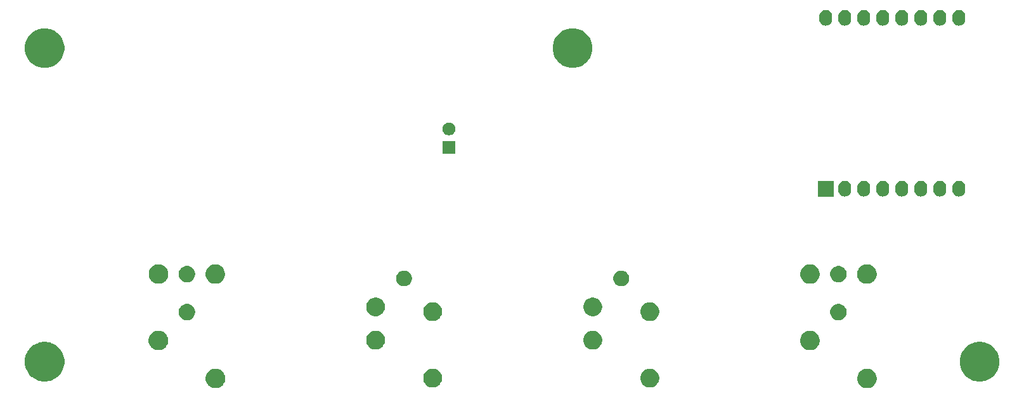
<source format=gbr>
G04 #@! TF.GenerationSoftware,KiCad,Pcbnew,5.1.4+dfsg1-1*
G04 #@! TF.CreationDate,2020-04-24T21:08:45-06:00*
G04 #@! TF.ProjectId,balanced-xlr,62616c61-6e63-4656-942d-786c722e6b69,rev?*
G04 #@! TF.SameCoordinates,Original*
G04 #@! TF.FileFunction,Soldermask,Bot*
G04 #@! TF.FilePolarity,Negative*
%FSLAX46Y46*%
G04 Gerber Fmt 4.6, Leading zero omitted, Abs format (unit mm)*
G04 Created by KiCad (PCBNEW 5.1.4+dfsg1-1) date 2020-04-24 21:08:45*
%MOMM*%
%LPD*%
G04 APERTURE LIST*
%ADD10C,0.100000*%
G04 APERTURE END LIST*
D10*
G36*
X155689487Y-129138996D02*
G01*
X155912516Y-129231378D01*
X155926255Y-129237069D01*
X156139339Y-129379447D01*
X156320553Y-129560661D01*
X156445349Y-129747431D01*
X156462932Y-129773747D01*
X156561004Y-130010513D01*
X156611000Y-130261861D01*
X156611000Y-130518139D01*
X156561004Y-130769487D01*
X156493453Y-130932569D01*
X156462931Y-131006255D01*
X156320553Y-131219339D01*
X156139339Y-131400553D01*
X155926255Y-131542931D01*
X155926254Y-131542932D01*
X155926253Y-131542932D01*
X155689487Y-131641004D01*
X155438139Y-131691000D01*
X155181861Y-131691000D01*
X154930513Y-131641004D01*
X154693747Y-131542932D01*
X154693746Y-131542932D01*
X154693745Y-131542931D01*
X154480661Y-131400553D01*
X154299447Y-131219339D01*
X154157069Y-131006255D01*
X154126547Y-130932569D01*
X154058996Y-130769487D01*
X154009000Y-130518139D01*
X154009000Y-130261861D01*
X154058996Y-130010513D01*
X154157068Y-129773747D01*
X154174652Y-129747431D01*
X154299447Y-129560661D01*
X154480661Y-129379447D01*
X154693745Y-129237069D01*
X154707484Y-129231378D01*
X154930513Y-129138996D01*
X155181861Y-129089000D01*
X155438139Y-129089000D01*
X155689487Y-129138996D01*
X155689487Y-129138996D01*
G37*
G36*
X68689487Y-129138996D02*
G01*
X68912516Y-129231378D01*
X68926255Y-129237069D01*
X69139339Y-129379447D01*
X69320553Y-129560661D01*
X69445349Y-129747431D01*
X69462932Y-129773747D01*
X69561004Y-130010513D01*
X69611000Y-130261861D01*
X69611000Y-130518139D01*
X69561004Y-130769487D01*
X69493453Y-130932569D01*
X69462931Y-131006255D01*
X69320553Y-131219339D01*
X69139339Y-131400553D01*
X68926255Y-131542931D01*
X68926254Y-131542932D01*
X68926253Y-131542932D01*
X68689487Y-131641004D01*
X68438139Y-131691000D01*
X68181861Y-131691000D01*
X67930513Y-131641004D01*
X67693747Y-131542932D01*
X67693746Y-131542932D01*
X67693745Y-131542931D01*
X67480661Y-131400553D01*
X67299447Y-131219339D01*
X67157069Y-131006255D01*
X67126547Y-130932569D01*
X67058996Y-130769487D01*
X67009000Y-130518139D01*
X67009000Y-130261861D01*
X67058996Y-130010513D01*
X67157068Y-129773747D01*
X67174652Y-129747431D01*
X67299447Y-129560661D01*
X67480661Y-129379447D01*
X67693745Y-129237069D01*
X67707484Y-129231378D01*
X67930513Y-129138996D01*
X68181861Y-129089000D01*
X68438139Y-129089000D01*
X68689487Y-129138996D01*
X68689487Y-129138996D01*
G37*
G36*
X97674903Y-129137075D02*
G01*
X97902571Y-129231378D01*
X98107466Y-129368285D01*
X98281715Y-129542534D01*
X98281716Y-129542536D01*
X98418623Y-129747431D01*
X98512925Y-129975097D01*
X98561000Y-130216786D01*
X98561000Y-130463214D01*
X98512925Y-130704903D01*
X98486174Y-130769487D01*
X98418622Y-130932571D01*
X98281715Y-131137466D01*
X98107466Y-131311715D01*
X97902571Y-131448622D01*
X97902570Y-131448623D01*
X97902569Y-131448623D01*
X97674903Y-131542925D01*
X97433214Y-131591000D01*
X97186786Y-131591000D01*
X96945097Y-131542925D01*
X96717431Y-131448623D01*
X96717430Y-131448623D01*
X96717429Y-131448622D01*
X96512534Y-131311715D01*
X96338285Y-131137466D01*
X96201378Y-130932571D01*
X96133827Y-130769487D01*
X96107075Y-130704903D01*
X96059000Y-130463214D01*
X96059000Y-130216786D01*
X96107075Y-129975097D01*
X96201377Y-129747431D01*
X96338284Y-129542536D01*
X96338285Y-129542534D01*
X96512534Y-129368285D01*
X96717429Y-129231378D01*
X96945097Y-129137075D01*
X97186786Y-129089000D01*
X97433214Y-129089000D01*
X97674903Y-129137075D01*
X97674903Y-129137075D01*
G37*
G36*
X126674903Y-129137075D02*
G01*
X126902571Y-129231378D01*
X127107466Y-129368285D01*
X127281715Y-129542534D01*
X127281716Y-129542536D01*
X127418623Y-129747431D01*
X127512925Y-129975097D01*
X127561000Y-130216786D01*
X127561000Y-130463214D01*
X127512925Y-130704903D01*
X127486174Y-130769487D01*
X127418622Y-130932571D01*
X127281715Y-131137466D01*
X127107466Y-131311715D01*
X126902571Y-131448622D01*
X126902570Y-131448623D01*
X126902569Y-131448623D01*
X126674903Y-131542925D01*
X126433214Y-131591000D01*
X126186786Y-131591000D01*
X125945097Y-131542925D01*
X125717431Y-131448623D01*
X125717430Y-131448623D01*
X125717429Y-131448622D01*
X125512534Y-131311715D01*
X125338285Y-131137466D01*
X125201378Y-130932571D01*
X125133827Y-130769487D01*
X125107075Y-130704903D01*
X125059000Y-130463214D01*
X125059000Y-130216786D01*
X125107075Y-129975097D01*
X125201377Y-129747431D01*
X125338284Y-129542536D01*
X125338285Y-129542534D01*
X125512534Y-129368285D01*
X125717429Y-129231378D01*
X125945097Y-129137075D01*
X126186786Y-129089000D01*
X126433214Y-129089000D01*
X126674903Y-129137075D01*
X126674903Y-129137075D01*
G37*
G36*
X170867184Y-125549938D02*
G01*
X171123268Y-125600876D01*
X171181274Y-125624903D01*
X171605718Y-125800713D01*
X171793601Y-125926253D01*
X172039914Y-126090834D01*
X172409166Y-126460086D01*
X172555212Y-126678659D01*
X172699287Y-126894282D01*
X172899124Y-127376733D01*
X173001000Y-127888898D01*
X173001000Y-128411102D01*
X172899124Y-128923267D01*
X172699287Y-129405718D01*
X172699286Y-129405719D01*
X172409166Y-129839914D01*
X172039914Y-130209166D01*
X172028508Y-130216787D01*
X171605718Y-130499287D01*
X171323105Y-130616349D01*
X171123268Y-130699124D01*
X170867184Y-130750062D01*
X170611102Y-130801000D01*
X170088898Y-130801000D01*
X169832816Y-130750062D01*
X169576732Y-130699124D01*
X169376895Y-130616349D01*
X169094282Y-130499287D01*
X168671492Y-130216787D01*
X168660086Y-130209166D01*
X168290834Y-129839914D01*
X168000714Y-129405719D01*
X168000713Y-129405718D01*
X167800876Y-128923267D01*
X167699000Y-128411102D01*
X167699000Y-127888898D01*
X167800876Y-127376733D01*
X168000713Y-126894282D01*
X168144788Y-126678659D01*
X168290834Y-126460086D01*
X168660086Y-126090834D01*
X168906399Y-125926253D01*
X169094282Y-125800713D01*
X169518726Y-125624903D01*
X169576732Y-125600876D01*
X169832816Y-125549938D01*
X170088898Y-125499000D01*
X170611102Y-125499000D01*
X170867184Y-125549938D01*
X170867184Y-125549938D01*
G37*
G36*
X46017184Y-125549938D02*
G01*
X46273268Y-125600876D01*
X46331274Y-125624903D01*
X46755718Y-125800713D01*
X46943601Y-125926253D01*
X47189914Y-126090834D01*
X47559166Y-126460086D01*
X47705212Y-126678659D01*
X47849287Y-126894282D01*
X48049124Y-127376733D01*
X48151000Y-127888898D01*
X48151000Y-128411102D01*
X48049124Y-128923267D01*
X47849287Y-129405718D01*
X47849286Y-129405719D01*
X47559166Y-129839914D01*
X47189914Y-130209166D01*
X47178508Y-130216787D01*
X46755718Y-130499287D01*
X46473105Y-130616349D01*
X46273268Y-130699124D01*
X46017184Y-130750062D01*
X45761102Y-130801000D01*
X45238898Y-130801000D01*
X44982816Y-130750062D01*
X44726732Y-130699124D01*
X44526895Y-130616349D01*
X44244282Y-130499287D01*
X43821492Y-130216787D01*
X43810086Y-130209166D01*
X43440834Y-129839914D01*
X43150714Y-129405719D01*
X43150713Y-129405718D01*
X42950876Y-128923267D01*
X42849000Y-128411102D01*
X42849000Y-127888898D01*
X42950876Y-127376733D01*
X43150713Y-126894282D01*
X43294788Y-126678659D01*
X43440834Y-126460086D01*
X43810086Y-126090834D01*
X44056399Y-125926253D01*
X44244282Y-125800713D01*
X44668726Y-125624903D01*
X44726732Y-125600876D01*
X44982816Y-125549938D01*
X45238898Y-125499000D01*
X45761102Y-125499000D01*
X46017184Y-125549938D01*
X46017184Y-125549938D01*
G37*
G36*
X148069487Y-124058996D02*
G01*
X148292516Y-124151378D01*
X148306255Y-124157069D01*
X148519339Y-124299447D01*
X148700553Y-124480661D01*
X148825349Y-124667431D01*
X148842932Y-124693747D01*
X148941004Y-124930513D01*
X148991000Y-125181861D01*
X148991000Y-125438139D01*
X148941004Y-125689487D01*
X148894932Y-125800714D01*
X148842931Y-125926255D01*
X148700553Y-126139339D01*
X148519339Y-126320553D01*
X148306255Y-126462931D01*
X148306254Y-126462932D01*
X148306253Y-126462932D01*
X148069487Y-126561004D01*
X147818139Y-126611000D01*
X147561861Y-126611000D01*
X147310513Y-126561004D01*
X147073747Y-126462932D01*
X147073746Y-126462932D01*
X147073745Y-126462931D01*
X146860661Y-126320553D01*
X146679447Y-126139339D01*
X146537069Y-125926255D01*
X146485068Y-125800714D01*
X146438996Y-125689487D01*
X146389000Y-125438139D01*
X146389000Y-125181861D01*
X146438996Y-124930513D01*
X146537068Y-124693747D01*
X146554652Y-124667431D01*
X146679447Y-124480661D01*
X146860661Y-124299447D01*
X147073745Y-124157069D01*
X147087484Y-124151378D01*
X147310513Y-124058996D01*
X147561861Y-124009000D01*
X147818139Y-124009000D01*
X148069487Y-124058996D01*
X148069487Y-124058996D01*
G37*
G36*
X61069487Y-124058996D02*
G01*
X61292516Y-124151378D01*
X61306255Y-124157069D01*
X61519339Y-124299447D01*
X61700553Y-124480661D01*
X61825349Y-124667431D01*
X61842932Y-124693747D01*
X61941004Y-124930513D01*
X61991000Y-125181861D01*
X61991000Y-125438139D01*
X61941004Y-125689487D01*
X61894932Y-125800714D01*
X61842931Y-125926255D01*
X61700553Y-126139339D01*
X61519339Y-126320553D01*
X61306255Y-126462931D01*
X61306254Y-126462932D01*
X61306253Y-126462932D01*
X61069487Y-126561004D01*
X60818139Y-126611000D01*
X60561861Y-126611000D01*
X60310513Y-126561004D01*
X60073747Y-126462932D01*
X60073746Y-126462932D01*
X60073745Y-126462931D01*
X59860661Y-126320553D01*
X59679447Y-126139339D01*
X59537069Y-125926255D01*
X59485068Y-125800714D01*
X59438996Y-125689487D01*
X59389000Y-125438139D01*
X59389000Y-125181861D01*
X59438996Y-124930513D01*
X59537068Y-124693747D01*
X59554652Y-124667431D01*
X59679447Y-124480661D01*
X59860661Y-124299447D01*
X60073745Y-124157069D01*
X60087484Y-124151378D01*
X60310513Y-124058996D01*
X60561861Y-124009000D01*
X60818139Y-124009000D01*
X61069487Y-124058996D01*
X61069487Y-124058996D01*
G37*
G36*
X90054903Y-124057075D02*
G01*
X90282571Y-124151378D01*
X90487466Y-124288285D01*
X90661715Y-124462534D01*
X90661716Y-124462536D01*
X90798623Y-124667431D01*
X90892925Y-124895097D01*
X90941000Y-125136786D01*
X90941000Y-125383214D01*
X90892925Y-125624903D01*
X90866174Y-125689487D01*
X90798622Y-125852571D01*
X90661715Y-126057466D01*
X90487466Y-126231715D01*
X90282571Y-126368622D01*
X90282570Y-126368623D01*
X90282569Y-126368623D01*
X90054903Y-126462925D01*
X89813214Y-126511000D01*
X89566786Y-126511000D01*
X89325097Y-126462925D01*
X89097431Y-126368623D01*
X89097430Y-126368623D01*
X89097429Y-126368622D01*
X88892534Y-126231715D01*
X88718285Y-126057466D01*
X88581378Y-125852571D01*
X88513827Y-125689487D01*
X88487075Y-125624903D01*
X88439000Y-125383214D01*
X88439000Y-125136786D01*
X88487075Y-124895097D01*
X88581377Y-124667431D01*
X88718284Y-124462536D01*
X88718285Y-124462534D01*
X88892534Y-124288285D01*
X89097429Y-124151378D01*
X89325097Y-124057075D01*
X89566786Y-124009000D01*
X89813214Y-124009000D01*
X90054903Y-124057075D01*
X90054903Y-124057075D01*
G37*
G36*
X119054903Y-124057075D02*
G01*
X119282571Y-124151378D01*
X119487466Y-124288285D01*
X119661715Y-124462534D01*
X119661716Y-124462536D01*
X119798623Y-124667431D01*
X119892925Y-124895097D01*
X119941000Y-125136786D01*
X119941000Y-125383214D01*
X119892925Y-125624903D01*
X119866174Y-125689487D01*
X119798622Y-125852571D01*
X119661715Y-126057466D01*
X119487466Y-126231715D01*
X119282571Y-126368622D01*
X119282570Y-126368623D01*
X119282569Y-126368623D01*
X119054903Y-126462925D01*
X118813214Y-126511000D01*
X118566786Y-126511000D01*
X118325097Y-126462925D01*
X118097431Y-126368623D01*
X118097430Y-126368623D01*
X118097429Y-126368622D01*
X117892534Y-126231715D01*
X117718285Y-126057466D01*
X117581378Y-125852571D01*
X117513827Y-125689487D01*
X117487075Y-125624903D01*
X117439000Y-125383214D01*
X117439000Y-125136786D01*
X117487075Y-124895097D01*
X117581377Y-124667431D01*
X117718284Y-124462536D01*
X117718285Y-124462534D01*
X117892534Y-124288285D01*
X118097429Y-124151378D01*
X118325097Y-124057075D01*
X118566786Y-124009000D01*
X118813214Y-124009000D01*
X119054903Y-124057075D01*
X119054903Y-124057075D01*
G37*
G36*
X97550999Y-120222429D02*
G01*
X97674903Y-120247075D01*
X97902571Y-120341378D01*
X98107466Y-120478285D01*
X98281715Y-120652534D01*
X98418622Y-120857429D01*
X98512925Y-121085097D01*
X98561000Y-121326787D01*
X98561000Y-121573213D01*
X98512925Y-121814903D01*
X98418622Y-122042571D01*
X98281715Y-122247466D01*
X98107466Y-122421715D01*
X97902571Y-122558622D01*
X97902570Y-122558623D01*
X97902569Y-122558623D01*
X97674903Y-122652925D01*
X97433214Y-122701000D01*
X97186786Y-122701000D01*
X96945097Y-122652925D01*
X96717431Y-122558623D01*
X96717430Y-122558623D01*
X96717429Y-122558622D01*
X96512534Y-122421715D01*
X96338285Y-122247466D01*
X96201378Y-122042571D01*
X96107075Y-121814903D01*
X96059000Y-121573213D01*
X96059000Y-121326787D01*
X96107075Y-121085097D01*
X96201378Y-120857429D01*
X96338285Y-120652534D01*
X96512534Y-120478285D01*
X96717429Y-120341378D01*
X96945097Y-120247075D01*
X97069001Y-120222429D01*
X97186786Y-120199000D01*
X97433214Y-120199000D01*
X97550999Y-120222429D01*
X97550999Y-120222429D01*
G37*
G36*
X126550999Y-120222429D02*
G01*
X126674903Y-120247075D01*
X126902571Y-120341378D01*
X127107466Y-120478285D01*
X127281715Y-120652534D01*
X127418622Y-120857429D01*
X127512925Y-121085097D01*
X127561000Y-121326787D01*
X127561000Y-121573213D01*
X127512925Y-121814903D01*
X127418622Y-122042571D01*
X127281715Y-122247466D01*
X127107466Y-122421715D01*
X126902571Y-122558622D01*
X126902570Y-122558623D01*
X126902569Y-122558623D01*
X126674903Y-122652925D01*
X126433214Y-122701000D01*
X126186786Y-122701000D01*
X125945097Y-122652925D01*
X125717431Y-122558623D01*
X125717430Y-122558623D01*
X125717429Y-122558622D01*
X125512534Y-122421715D01*
X125338285Y-122247466D01*
X125201378Y-122042571D01*
X125107075Y-121814903D01*
X125059000Y-121573213D01*
X125059000Y-121326787D01*
X125107075Y-121085097D01*
X125201378Y-120857429D01*
X125338285Y-120652534D01*
X125512534Y-120478285D01*
X125717429Y-120341378D01*
X125945097Y-120247075D01*
X126069001Y-120222429D01*
X126186786Y-120199000D01*
X126433214Y-120199000D01*
X126550999Y-120222429D01*
X126550999Y-120222429D01*
G37*
G36*
X64714794Y-120420155D02*
G01*
X64821150Y-120441311D01*
X64910410Y-120478284D01*
X65021520Y-120524307D01*
X65201844Y-120644795D01*
X65355205Y-120798156D01*
X65475693Y-120978480D01*
X65558689Y-121178851D01*
X65601000Y-121391560D01*
X65601000Y-121608440D01*
X65600199Y-121612466D01*
X65559932Y-121814903D01*
X65558689Y-121821149D01*
X65475693Y-122021520D01*
X65355205Y-122201844D01*
X65201844Y-122355205D01*
X65021520Y-122475693D01*
X64821150Y-122558689D01*
X64714794Y-122579845D01*
X64608440Y-122601000D01*
X64391560Y-122601000D01*
X64285206Y-122579845D01*
X64178850Y-122558689D01*
X63978480Y-122475693D01*
X63798156Y-122355205D01*
X63644795Y-122201844D01*
X63524307Y-122021520D01*
X63441311Y-121821149D01*
X63440069Y-121814903D01*
X63399801Y-121612466D01*
X63399000Y-121608440D01*
X63399000Y-121391560D01*
X63441311Y-121178851D01*
X63524307Y-120978480D01*
X63644795Y-120798156D01*
X63798156Y-120644795D01*
X63978480Y-120524307D01*
X64089590Y-120478284D01*
X64178850Y-120441311D01*
X64285206Y-120420155D01*
X64391560Y-120399000D01*
X64608440Y-120399000D01*
X64714794Y-120420155D01*
X64714794Y-120420155D01*
G37*
G36*
X151714794Y-120420155D02*
G01*
X151821150Y-120441311D01*
X151910410Y-120478284D01*
X152021520Y-120524307D01*
X152201844Y-120644795D01*
X152355205Y-120798156D01*
X152475693Y-120978480D01*
X152558689Y-121178851D01*
X152601000Y-121391560D01*
X152601000Y-121608440D01*
X152600199Y-121612466D01*
X152559932Y-121814903D01*
X152558689Y-121821149D01*
X152475693Y-122021520D01*
X152355205Y-122201844D01*
X152201844Y-122355205D01*
X152021520Y-122475693D01*
X151821150Y-122558689D01*
X151714794Y-122579845D01*
X151608440Y-122601000D01*
X151391560Y-122601000D01*
X151285206Y-122579845D01*
X151178850Y-122558689D01*
X150978480Y-122475693D01*
X150798156Y-122355205D01*
X150644795Y-122201844D01*
X150524307Y-122021520D01*
X150441311Y-121821149D01*
X150440069Y-121814903D01*
X150399801Y-121612466D01*
X150399000Y-121608440D01*
X150399000Y-121391560D01*
X150441311Y-121178851D01*
X150524307Y-120978480D01*
X150644795Y-120798156D01*
X150798156Y-120644795D01*
X150978480Y-120524307D01*
X151089590Y-120478284D01*
X151178850Y-120441311D01*
X151285206Y-120420155D01*
X151391560Y-120399000D01*
X151608440Y-120399000D01*
X151714794Y-120420155D01*
X151714794Y-120420155D01*
G37*
G36*
X119054903Y-119612075D02*
G01*
X119282571Y-119706378D01*
X119487466Y-119843285D01*
X119661715Y-120017534D01*
X119661716Y-120017536D01*
X119798623Y-120222431D01*
X119892925Y-120450097D01*
X119941000Y-120691786D01*
X119941000Y-120938214D01*
X119932990Y-120978481D01*
X119892925Y-121179903D01*
X119798622Y-121407571D01*
X119661715Y-121612466D01*
X119487466Y-121786715D01*
X119282571Y-121923622D01*
X119282570Y-121923623D01*
X119282569Y-121923623D01*
X119054903Y-122017925D01*
X118813214Y-122066000D01*
X118566786Y-122066000D01*
X118325097Y-122017925D01*
X118097431Y-121923623D01*
X118097430Y-121923623D01*
X118097429Y-121923622D01*
X117892534Y-121786715D01*
X117718285Y-121612466D01*
X117581378Y-121407571D01*
X117487075Y-121179903D01*
X117447010Y-120978481D01*
X117439000Y-120938214D01*
X117439000Y-120691786D01*
X117487075Y-120450097D01*
X117581377Y-120222431D01*
X117718284Y-120017536D01*
X117718285Y-120017534D01*
X117892534Y-119843285D01*
X118097429Y-119706378D01*
X118325097Y-119612075D01*
X118566786Y-119564000D01*
X118813214Y-119564000D01*
X119054903Y-119612075D01*
X119054903Y-119612075D01*
G37*
G36*
X90054903Y-119612075D02*
G01*
X90282571Y-119706378D01*
X90487466Y-119843285D01*
X90661715Y-120017534D01*
X90661716Y-120017536D01*
X90798623Y-120222431D01*
X90892925Y-120450097D01*
X90941000Y-120691786D01*
X90941000Y-120938214D01*
X90932990Y-120978481D01*
X90892925Y-121179903D01*
X90798622Y-121407571D01*
X90661715Y-121612466D01*
X90487466Y-121786715D01*
X90282571Y-121923622D01*
X90282570Y-121923623D01*
X90282569Y-121923623D01*
X90054903Y-122017925D01*
X89813214Y-122066000D01*
X89566786Y-122066000D01*
X89325097Y-122017925D01*
X89097431Y-121923623D01*
X89097430Y-121923623D01*
X89097429Y-121923622D01*
X88892534Y-121786715D01*
X88718285Y-121612466D01*
X88581378Y-121407571D01*
X88487075Y-121179903D01*
X88447010Y-120978481D01*
X88439000Y-120938214D01*
X88439000Y-120691786D01*
X88487075Y-120450097D01*
X88581377Y-120222431D01*
X88718284Y-120017536D01*
X88718285Y-120017534D01*
X88892534Y-119843285D01*
X89097429Y-119706378D01*
X89325097Y-119612075D01*
X89566786Y-119564000D01*
X89813214Y-119564000D01*
X90054903Y-119612075D01*
X90054903Y-119612075D01*
G37*
G36*
X122806564Y-115989389D02*
G01*
X122997833Y-116068615D01*
X122997835Y-116068616D01*
X123169973Y-116183635D01*
X123316365Y-116330027D01*
X123431385Y-116502167D01*
X123510611Y-116693436D01*
X123551000Y-116896484D01*
X123551000Y-117103516D01*
X123510611Y-117306564D01*
X123431385Y-117497833D01*
X123431384Y-117497835D01*
X123316365Y-117669973D01*
X123169973Y-117816365D01*
X122997835Y-117931384D01*
X122997834Y-117931385D01*
X122997833Y-117931385D01*
X122806564Y-118010611D01*
X122603516Y-118051000D01*
X122396484Y-118051000D01*
X122193436Y-118010611D01*
X122002167Y-117931385D01*
X122002166Y-117931385D01*
X122002165Y-117931384D01*
X121830027Y-117816365D01*
X121683635Y-117669973D01*
X121568616Y-117497835D01*
X121568615Y-117497833D01*
X121489389Y-117306564D01*
X121449000Y-117103516D01*
X121449000Y-116896484D01*
X121489389Y-116693436D01*
X121568615Y-116502167D01*
X121683635Y-116330027D01*
X121830027Y-116183635D01*
X122002165Y-116068616D01*
X122002167Y-116068615D01*
X122193436Y-115989389D01*
X122396484Y-115949000D01*
X122603516Y-115949000D01*
X122806564Y-115989389D01*
X122806564Y-115989389D01*
G37*
G36*
X93806564Y-115989389D02*
G01*
X93997833Y-116068615D01*
X93997835Y-116068616D01*
X94169973Y-116183635D01*
X94316365Y-116330027D01*
X94431385Y-116502167D01*
X94510611Y-116693436D01*
X94551000Y-116896484D01*
X94551000Y-117103516D01*
X94510611Y-117306564D01*
X94431385Y-117497833D01*
X94431384Y-117497835D01*
X94316365Y-117669973D01*
X94169973Y-117816365D01*
X93997835Y-117931384D01*
X93997834Y-117931385D01*
X93997833Y-117931385D01*
X93806564Y-118010611D01*
X93603516Y-118051000D01*
X93396484Y-118051000D01*
X93193436Y-118010611D01*
X93002167Y-117931385D01*
X93002166Y-117931385D01*
X93002165Y-117931384D01*
X92830027Y-117816365D01*
X92683635Y-117669973D01*
X92568616Y-117497835D01*
X92568615Y-117497833D01*
X92489389Y-117306564D01*
X92449000Y-117103516D01*
X92449000Y-116896484D01*
X92489389Y-116693436D01*
X92568615Y-116502167D01*
X92683635Y-116330027D01*
X92830027Y-116183635D01*
X93002165Y-116068616D01*
X93002167Y-116068615D01*
X93193436Y-115989389D01*
X93396484Y-115949000D01*
X93603516Y-115949000D01*
X93806564Y-115989389D01*
X93806564Y-115989389D01*
G37*
G36*
X155679487Y-115168996D02*
G01*
X155916253Y-115267068D01*
X155916255Y-115267069D01*
X155993975Y-115319000D01*
X156129339Y-115409447D01*
X156310553Y-115590661D01*
X156452932Y-115803747D01*
X156551004Y-116040513D01*
X156601000Y-116291861D01*
X156601000Y-116548139D01*
X156551004Y-116799487D01*
X156452932Y-117036253D01*
X156452931Y-117036255D01*
X156310553Y-117249339D01*
X156129339Y-117430553D01*
X155916255Y-117572931D01*
X155916254Y-117572932D01*
X155916253Y-117572932D01*
X155679487Y-117671004D01*
X155428139Y-117721000D01*
X155171861Y-117721000D01*
X154920513Y-117671004D01*
X154683747Y-117572932D01*
X154683746Y-117572932D01*
X154683745Y-117572931D01*
X154470661Y-117430553D01*
X154289447Y-117249339D01*
X154147069Y-117036255D01*
X154147068Y-117036253D01*
X154048996Y-116799487D01*
X153999000Y-116548139D01*
X153999000Y-116291861D01*
X154048996Y-116040513D01*
X154147068Y-115803747D01*
X154289447Y-115590661D01*
X154470661Y-115409447D01*
X154606025Y-115319000D01*
X154683745Y-115267069D01*
X154683747Y-115267068D01*
X154920513Y-115168996D01*
X155171861Y-115119000D01*
X155428139Y-115119000D01*
X155679487Y-115168996D01*
X155679487Y-115168996D01*
G37*
G36*
X148079487Y-115168996D02*
G01*
X148316253Y-115267068D01*
X148316255Y-115267069D01*
X148393975Y-115319000D01*
X148529339Y-115409447D01*
X148710553Y-115590661D01*
X148852932Y-115803747D01*
X148951004Y-116040513D01*
X149001000Y-116291861D01*
X149001000Y-116548139D01*
X148951004Y-116799487D01*
X148852932Y-117036253D01*
X148852931Y-117036255D01*
X148710553Y-117249339D01*
X148529339Y-117430553D01*
X148316255Y-117572931D01*
X148316254Y-117572932D01*
X148316253Y-117572932D01*
X148079487Y-117671004D01*
X147828139Y-117721000D01*
X147571861Y-117721000D01*
X147320513Y-117671004D01*
X147083747Y-117572932D01*
X147083746Y-117572932D01*
X147083745Y-117572931D01*
X146870661Y-117430553D01*
X146689447Y-117249339D01*
X146547069Y-117036255D01*
X146547068Y-117036253D01*
X146448996Y-116799487D01*
X146399000Y-116548139D01*
X146399000Y-116291861D01*
X146448996Y-116040513D01*
X146547068Y-115803747D01*
X146689447Y-115590661D01*
X146870661Y-115409447D01*
X147006025Y-115319000D01*
X147083745Y-115267069D01*
X147083747Y-115267068D01*
X147320513Y-115168996D01*
X147571861Y-115119000D01*
X147828139Y-115119000D01*
X148079487Y-115168996D01*
X148079487Y-115168996D01*
G37*
G36*
X68679487Y-115168996D02*
G01*
X68916253Y-115267068D01*
X68916255Y-115267069D01*
X68993975Y-115319000D01*
X69129339Y-115409447D01*
X69310553Y-115590661D01*
X69452932Y-115803747D01*
X69551004Y-116040513D01*
X69601000Y-116291861D01*
X69601000Y-116548139D01*
X69551004Y-116799487D01*
X69452932Y-117036253D01*
X69452931Y-117036255D01*
X69310553Y-117249339D01*
X69129339Y-117430553D01*
X68916255Y-117572931D01*
X68916254Y-117572932D01*
X68916253Y-117572932D01*
X68679487Y-117671004D01*
X68428139Y-117721000D01*
X68171861Y-117721000D01*
X67920513Y-117671004D01*
X67683747Y-117572932D01*
X67683746Y-117572932D01*
X67683745Y-117572931D01*
X67470661Y-117430553D01*
X67289447Y-117249339D01*
X67147069Y-117036255D01*
X67147068Y-117036253D01*
X67048996Y-116799487D01*
X66999000Y-116548139D01*
X66999000Y-116291861D01*
X67048996Y-116040513D01*
X67147068Y-115803747D01*
X67289447Y-115590661D01*
X67470661Y-115409447D01*
X67606025Y-115319000D01*
X67683745Y-115267069D01*
X67683747Y-115267068D01*
X67920513Y-115168996D01*
X68171861Y-115119000D01*
X68428139Y-115119000D01*
X68679487Y-115168996D01*
X68679487Y-115168996D01*
G37*
G36*
X61079487Y-115168996D02*
G01*
X61316253Y-115267068D01*
X61316255Y-115267069D01*
X61393975Y-115319000D01*
X61529339Y-115409447D01*
X61710553Y-115590661D01*
X61852932Y-115803747D01*
X61951004Y-116040513D01*
X62001000Y-116291861D01*
X62001000Y-116548139D01*
X61951004Y-116799487D01*
X61852932Y-117036253D01*
X61852931Y-117036255D01*
X61710553Y-117249339D01*
X61529339Y-117430553D01*
X61316255Y-117572931D01*
X61316254Y-117572932D01*
X61316253Y-117572932D01*
X61079487Y-117671004D01*
X60828139Y-117721000D01*
X60571861Y-117721000D01*
X60320513Y-117671004D01*
X60083747Y-117572932D01*
X60083746Y-117572932D01*
X60083745Y-117572931D01*
X59870661Y-117430553D01*
X59689447Y-117249339D01*
X59547069Y-117036255D01*
X59547068Y-117036253D01*
X59448996Y-116799487D01*
X59399000Y-116548139D01*
X59399000Y-116291861D01*
X59448996Y-116040513D01*
X59547068Y-115803747D01*
X59689447Y-115590661D01*
X59870661Y-115409447D01*
X60006025Y-115319000D01*
X60083745Y-115267069D01*
X60083747Y-115267068D01*
X60320513Y-115168996D01*
X60571861Y-115119000D01*
X60828139Y-115119000D01*
X61079487Y-115168996D01*
X61079487Y-115168996D01*
G37*
G36*
X151714795Y-115340156D02*
G01*
X151821150Y-115361311D01*
X152021520Y-115444307D01*
X152201844Y-115564795D01*
X152355205Y-115718156D01*
X152475693Y-115898480D01*
X152475693Y-115898481D01*
X152546166Y-116068616D01*
X152558689Y-116098851D01*
X152601000Y-116311560D01*
X152601000Y-116528440D01*
X152558689Y-116741149D01*
X152475693Y-116941520D01*
X152355205Y-117121844D01*
X152201844Y-117275205D01*
X152021520Y-117395693D01*
X151937360Y-117430553D01*
X151821150Y-117478689D01*
X151724907Y-117497833D01*
X151608440Y-117521000D01*
X151391560Y-117521000D01*
X151275093Y-117497833D01*
X151178850Y-117478689D01*
X151062640Y-117430553D01*
X150978480Y-117395693D01*
X150798156Y-117275205D01*
X150644795Y-117121844D01*
X150524307Y-116941520D01*
X150441311Y-116741149D01*
X150399000Y-116528440D01*
X150399000Y-116311560D01*
X150441311Y-116098851D01*
X150453835Y-116068616D01*
X150524307Y-115898481D01*
X150524307Y-115898480D01*
X150644795Y-115718156D01*
X150798156Y-115564795D01*
X150978480Y-115444307D01*
X151178850Y-115361311D01*
X151285205Y-115340156D01*
X151391560Y-115319000D01*
X151608440Y-115319000D01*
X151714795Y-115340156D01*
X151714795Y-115340156D01*
G37*
G36*
X64714795Y-115340156D02*
G01*
X64821150Y-115361311D01*
X65021520Y-115444307D01*
X65201844Y-115564795D01*
X65355205Y-115718156D01*
X65475693Y-115898480D01*
X65475693Y-115898481D01*
X65546166Y-116068616D01*
X65558689Y-116098851D01*
X65601000Y-116311560D01*
X65601000Y-116528440D01*
X65558689Y-116741149D01*
X65475693Y-116941520D01*
X65355205Y-117121844D01*
X65201844Y-117275205D01*
X65021520Y-117395693D01*
X64937360Y-117430553D01*
X64821150Y-117478689D01*
X64724907Y-117497833D01*
X64608440Y-117521000D01*
X64391560Y-117521000D01*
X64275093Y-117497833D01*
X64178850Y-117478689D01*
X64062640Y-117430553D01*
X63978480Y-117395693D01*
X63798156Y-117275205D01*
X63644795Y-117121844D01*
X63524307Y-116941520D01*
X63441311Y-116741149D01*
X63399000Y-116528440D01*
X63399000Y-116311560D01*
X63441311Y-116098851D01*
X63453835Y-116068616D01*
X63524307Y-115898481D01*
X63524307Y-115898480D01*
X63644795Y-115718156D01*
X63798156Y-115564795D01*
X63978480Y-115444307D01*
X64178850Y-115361311D01*
X64285205Y-115340156D01*
X64391560Y-115319000D01*
X64608440Y-115319000D01*
X64714795Y-115340156D01*
X64714795Y-115340156D01*
G37*
G36*
X152506822Y-103961313D02*
G01*
X152667241Y-104009976D01*
X152815077Y-104088995D01*
X152944659Y-104195341D01*
X153051004Y-104324922D01*
X153051005Y-104324924D01*
X153130024Y-104472758D01*
X153178687Y-104633177D01*
X153191000Y-104758196D01*
X153191000Y-105241803D01*
X153178687Y-105366822D01*
X153130024Y-105527242D01*
X153059114Y-105659906D01*
X153051004Y-105675078D01*
X152944659Y-105804659D01*
X152815078Y-105911004D01*
X152815076Y-105911005D01*
X152667242Y-105990024D01*
X152506823Y-106038687D01*
X152340000Y-106055117D01*
X152173178Y-106038687D01*
X152012759Y-105990024D01*
X151864925Y-105911005D01*
X151864923Y-105911004D01*
X151735342Y-105804659D01*
X151628996Y-105675078D01*
X151620886Y-105659906D01*
X151549976Y-105527242D01*
X151501313Y-105366823D01*
X151489000Y-105241804D01*
X151489000Y-104758197D01*
X151501313Y-104633178D01*
X151549976Y-104472759D01*
X151628995Y-104324923D01*
X151735341Y-104195341D01*
X151864922Y-104088996D01*
X151880094Y-104080886D01*
X152012758Y-104009976D01*
X152173177Y-103961313D01*
X152340000Y-103944883D01*
X152506822Y-103961313D01*
X152506822Y-103961313D01*
G37*
G36*
X157586822Y-103961313D02*
G01*
X157747241Y-104009976D01*
X157895077Y-104088995D01*
X158024659Y-104195341D01*
X158131004Y-104324922D01*
X158131005Y-104324924D01*
X158210024Y-104472758D01*
X158258687Y-104633177D01*
X158271000Y-104758196D01*
X158271000Y-105241803D01*
X158258687Y-105366822D01*
X158210024Y-105527242D01*
X158139114Y-105659906D01*
X158131004Y-105675078D01*
X158024659Y-105804659D01*
X157895078Y-105911004D01*
X157895076Y-105911005D01*
X157747242Y-105990024D01*
X157586823Y-106038687D01*
X157420000Y-106055117D01*
X157253178Y-106038687D01*
X157092759Y-105990024D01*
X156944925Y-105911005D01*
X156944923Y-105911004D01*
X156815342Y-105804659D01*
X156708996Y-105675078D01*
X156700886Y-105659906D01*
X156629976Y-105527242D01*
X156581313Y-105366823D01*
X156569000Y-105241804D01*
X156569000Y-104758197D01*
X156581313Y-104633178D01*
X156629976Y-104472759D01*
X156708995Y-104324923D01*
X156815341Y-104195341D01*
X156944922Y-104088996D01*
X156960094Y-104080886D01*
X157092758Y-104009976D01*
X157253177Y-103961313D01*
X157420000Y-103944883D01*
X157586822Y-103961313D01*
X157586822Y-103961313D01*
G37*
G36*
X160126822Y-103961313D02*
G01*
X160287241Y-104009976D01*
X160435077Y-104088995D01*
X160564659Y-104195341D01*
X160671004Y-104324922D01*
X160671005Y-104324924D01*
X160750024Y-104472758D01*
X160798687Y-104633177D01*
X160811000Y-104758196D01*
X160811000Y-105241803D01*
X160798687Y-105366822D01*
X160750024Y-105527242D01*
X160679114Y-105659906D01*
X160671004Y-105675078D01*
X160564659Y-105804659D01*
X160435078Y-105911004D01*
X160435076Y-105911005D01*
X160287242Y-105990024D01*
X160126823Y-106038687D01*
X159960000Y-106055117D01*
X159793178Y-106038687D01*
X159632759Y-105990024D01*
X159484925Y-105911005D01*
X159484923Y-105911004D01*
X159355342Y-105804659D01*
X159248996Y-105675078D01*
X159240886Y-105659906D01*
X159169976Y-105527242D01*
X159121313Y-105366823D01*
X159109000Y-105241804D01*
X159109000Y-104758197D01*
X159121313Y-104633178D01*
X159169976Y-104472759D01*
X159248995Y-104324923D01*
X159355341Y-104195341D01*
X159484922Y-104088996D01*
X159500094Y-104080886D01*
X159632758Y-104009976D01*
X159793177Y-103961313D01*
X159960000Y-103944883D01*
X160126822Y-103961313D01*
X160126822Y-103961313D01*
G37*
G36*
X162666822Y-103961313D02*
G01*
X162827241Y-104009976D01*
X162975077Y-104088995D01*
X163104659Y-104195341D01*
X163211004Y-104324922D01*
X163211005Y-104324924D01*
X163290024Y-104472758D01*
X163338687Y-104633177D01*
X163351000Y-104758196D01*
X163351000Y-105241803D01*
X163338687Y-105366822D01*
X163290024Y-105527242D01*
X163219114Y-105659906D01*
X163211004Y-105675078D01*
X163104659Y-105804659D01*
X162975078Y-105911004D01*
X162975076Y-105911005D01*
X162827242Y-105990024D01*
X162666823Y-106038687D01*
X162500000Y-106055117D01*
X162333178Y-106038687D01*
X162172759Y-105990024D01*
X162024925Y-105911005D01*
X162024923Y-105911004D01*
X161895342Y-105804659D01*
X161788996Y-105675078D01*
X161780886Y-105659906D01*
X161709976Y-105527242D01*
X161661313Y-105366823D01*
X161649000Y-105241804D01*
X161649000Y-104758197D01*
X161661313Y-104633178D01*
X161709976Y-104472759D01*
X161788995Y-104324923D01*
X161895341Y-104195341D01*
X162024922Y-104088996D01*
X162040094Y-104080886D01*
X162172758Y-104009976D01*
X162333177Y-103961313D01*
X162500000Y-103944883D01*
X162666822Y-103961313D01*
X162666822Y-103961313D01*
G37*
G36*
X165206822Y-103961313D02*
G01*
X165367241Y-104009976D01*
X165515077Y-104088995D01*
X165644659Y-104195341D01*
X165751004Y-104324922D01*
X165751005Y-104324924D01*
X165830024Y-104472758D01*
X165878687Y-104633177D01*
X165891000Y-104758196D01*
X165891000Y-105241803D01*
X165878687Y-105366822D01*
X165830024Y-105527242D01*
X165759114Y-105659906D01*
X165751004Y-105675078D01*
X165644659Y-105804659D01*
X165515078Y-105911004D01*
X165515076Y-105911005D01*
X165367242Y-105990024D01*
X165206823Y-106038687D01*
X165040000Y-106055117D01*
X164873178Y-106038687D01*
X164712759Y-105990024D01*
X164564925Y-105911005D01*
X164564923Y-105911004D01*
X164435342Y-105804659D01*
X164328996Y-105675078D01*
X164320886Y-105659906D01*
X164249976Y-105527242D01*
X164201313Y-105366823D01*
X164189000Y-105241804D01*
X164189000Y-104758197D01*
X164201313Y-104633178D01*
X164249976Y-104472759D01*
X164328995Y-104324923D01*
X164435341Y-104195341D01*
X164564922Y-104088996D01*
X164580094Y-104080886D01*
X164712758Y-104009976D01*
X164873177Y-103961313D01*
X165040000Y-103944883D01*
X165206822Y-103961313D01*
X165206822Y-103961313D01*
G37*
G36*
X167746822Y-103961313D02*
G01*
X167907241Y-104009976D01*
X168055077Y-104088995D01*
X168184659Y-104195341D01*
X168291004Y-104324922D01*
X168291005Y-104324924D01*
X168370024Y-104472758D01*
X168418687Y-104633177D01*
X168431000Y-104758196D01*
X168431000Y-105241803D01*
X168418687Y-105366822D01*
X168370024Y-105527242D01*
X168299114Y-105659906D01*
X168291004Y-105675078D01*
X168184659Y-105804659D01*
X168055078Y-105911004D01*
X168055076Y-105911005D01*
X167907242Y-105990024D01*
X167746823Y-106038687D01*
X167580000Y-106055117D01*
X167413178Y-106038687D01*
X167252759Y-105990024D01*
X167104925Y-105911005D01*
X167104923Y-105911004D01*
X166975342Y-105804659D01*
X166868996Y-105675078D01*
X166860886Y-105659906D01*
X166789976Y-105527242D01*
X166741313Y-105366823D01*
X166729000Y-105241804D01*
X166729000Y-104758197D01*
X166741313Y-104633178D01*
X166789976Y-104472759D01*
X166868995Y-104324923D01*
X166975341Y-104195341D01*
X167104922Y-104088996D01*
X167120094Y-104080886D01*
X167252758Y-104009976D01*
X167413177Y-103961313D01*
X167580000Y-103944883D01*
X167746822Y-103961313D01*
X167746822Y-103961313D01*
G37*
G36*
X155046822Y-103961313D02*
G01*
X155207241Y-104009976D01*
X155355077Y-104088995D01*
X155484659Y-104195341D01*
X155591004Y-104324922D01*
X155591005Y-104324924D01*
X155670024Y-104472758D01*
X155718687Y-104633177D01*
X155731000Y-104758196D01*
X155731000Y-105241803D01*
X155718687Y-105366822D01*
X155670024Y-105527242D01*
X155599114Y-105659906D01*
X155591004Y-105675078D01*
X155484659Y-105804659D01*
X155355078Y-105911004D01*
X155355076Y-105911005D01*
X155207242Y-105990024D01*
X155046823Y-106038687D01*
X154880000Y-106055117D01*
X154713178Y-106038687D01*
X154552759Y-105990024D01*
X154404925Y-105911005D01*
X154404923Y-105911004D01*
X154275342Y-105804659D01*
X154168996Y-105675078D01*
X154160886Y-105659906D01*
X154089976Y-105527242D01*
X154041313Y-105366823D01*
X154029000Y-105241804D01*
X154029000Y-104758197D01*
X154041313Y-104633178D01*
X154089976Y-104472759D01*
X154168995Y-104324923D01*
X154275341Y-104195341D01*
X154404922Y-104088996D01*
X154420094Y-104080886D01*
X154552758Y-104009976D01*
X154713177Y-103961313D01*
X154880000Y-103944883D01*
X155046822Y-103961313D01*
X155046822Y-103961313D01*
G37*
G36*
X150851000Y-106051000D02*
G01*
X148749000Y-106051000D01*
X148749000Y-103949000D01*
X150851000Y-103949000D01*
X150851000Y-106051000D01*
X150851000Y-106051000D01*
G37*
G36*
X100351000Y-100351000D02*
G01*
X98649000Y-100351000D01*
X98649000Y-98649000D01*
X100351000Y-98649000D01*
X100351000Y-100351000D01*
X100351000Y-100351000D01*
G37*
G36*
X99748228Y-96181703D02*
G01*
X99903100Y-96245853D01*
X100042481Y-96338985D01*
X100161015Y-96457519D01*
X100254147Y-96596900D01*
X100318297Y-96751772D01*
X100351000Y-96916184D01*
X100351000Y-97083816D01*
X100318297Y-97248228D01*
X100254147Y-97403100D01*
X100161015Y-97542481D01*
X100042481Y-97661015D01*
X99903100Y-97754147D01*
X99748228Y-97818297D01*
X99583816Y-97851000D01*
X99416184Y-97851000D01*
X99251772Y-97818297D01*
X99096900Y-97754147D01*
X98957519Y-97661015D01*
X98838985Y-97542481D01*
X98745853Y-97403100D01*
X98681703Y-97248228D01*
X98649000Y-97083816D01*
X98649000Y-96916184D01*
X98681703Y-96751772D01*
X98745853Y-96596900D01*
X98838985Y-96457519D01*
X98957519Y-96338985D01*
X99096900Y-96245853D01*
X99251772Y-96181703D01*
X99416184Y-96149000D01*
X99583816Y-96149000D01*
X99748228Y-96181703D01*
X99748228Y-96181703D01*
G37*
G36*
X46273268Y-83650876D02*
G01*
X46473105Y-83733651D01*
X46755718Y-83850713D01*
X46755719Y-83850714D01*
X47189914Y-84140834D01*
X47559166Y-84510086D01*
X47559167Y-84510088D01*
X47849287Y-84944282D01*
X48049124Y-85426733D01*
X48151000Y-85938898D01*
X48151000Y-86461102D01*
X48049124Y-86973267D01*
X47849287Y-87455718D01*
X47849286Y-87455719D01*
X47559166Y-87889914D01*
X47189914Y-88259166D01*
X46971341Y-88405212D01*
X46755718Y-88549287D01*
X46473105Y-88666349D01*
X46273268Y-88749124D01*
X45761102Y-88851000D01*
X45238898Y-88851000D01*
X44726732Y-88749124D01*
X44526895Y-88666349D01*
X44244282Y-88549287D01*
X44028659Y-88405212D01*
X43810086Y-88259166D01*
X43440834Y-87889914D01*
X43150714Y-87455719D01*
X43150713Y-87455718D01*
X42950876Y-86973267D01*
X42849000Y-86461102D01*
X42849000Y-85938898D01*
X42950876Y-85426733D01*
X43150713Y-84944282D01*
X43440833Y-84510088D01*
X43440834Y-84510086D01*
X43810086Y-84140834D01*
X44244281Y-83850714D01*
X44244282Y-83850713D01*
X44526895Y-83733651D01*
X44726732Y-83650876D01*
X45238898Y-83549000D01*
X45761102Y-83549000D01*
X46273268Y-83650876D01*
X46273268Y-83650876D01*
G37*
G36*
X116773268Y-83650876D02*
G01*
X116973105Y-83733651D01*
X117255718Y-83850713D01*
X117255719Y-83850714D01*
X117689914Y-84140834D01*
X118059166Y-84510086D01*
X118059167Y-84510088D01*
X118349287Y-84944282D01*
X118549124Y-85426733D01*
X118651000Y-85938898D01*
X118651000Y-86461102D01*
X118549124Y-86973267D01*
X118349287Y-87455718D01*
X118349286Y-87455719D01*
X118059166Y-87889914D01*
X117689914Y-88259166D01*
X117471341Y-88405212D01*
X117255718Y-88549287D01*
X116973105Y-88666349D01*
X116773268Y-88749124D01*
X116261102Y-88851000D01*
X115738898Y-88851000D01*
X115226732Y-88749124D01*
X115026895Y-88666349D01*
X114744282Y-88549287D01*
X114528659Y-88405212D01*
X114310086Y-88259166D01*
X113940834Y-87889914D01*
X113650714Y-87455719D01*
X113650713Y-87455718D01*
X113450876Y-86973267D01*
X113349000Y-86461102D01*
X113349000Y-85938898D01*
X113450876Y-85426733D01*
X113650713Y-84944282D01*
X113940833Y-84510088D01*
X113940834Y-84510086D01*
X114310086Y-84140834D01*
X114744281Y-83850714D01*
X114744282Y-83850713D01*
X115026895Y-83733651D01*
X115226732Y-83650876D01*
X115738898Y-83549000D01*
X116261102Y-83549000D01*
X116773268Y-83650876D01*
X116773268Y-83650876D01*
G37*
G36*
X160126822Y-81101313D02*
G01*
X160287241Y-81149976D01*
X160435077Y-81228995D01*
X160564659Y-81335341D01*
X160671004Y-81464922D01*
X160671005Y-81464924D01*
X160750024Y-81612758D01*
X160798687Y-81773177D01*
X160811000Y-81898196D01*
X160811000Y-82381803D01*
X160798687Y-82506822D01*
X160750024Y-82667242D01*
X160679114Y-82799906D01*
X160671004Y-82815078D01*
X160564659Y-82944659D01*
X160435078Y-83051004D01*
X160435076Y-83051005D01*
X160287242Y-83130024D01*
X160126823Y-83178687D01*
X159960000Y-83195117D01*
X159793178Y-83178687D01*
X159632759Y-83130024D01*
X159484925Y-83051005D01*
X159484923Y-83051004D01*
X159355342Y-82944659D01*
X159248996Y-82815078D01*
X159240886Y-82799906D01*
X159169976Y-82667242D01*
X159121313Y-82506823D01*
X159109000Y-82381804D01*
X159109000Y-81898197D01*
X159121313Y-81773178D01*
X159169976Y-81612759D01*
X159248995Y-81464923D01*
X159355341Y-81335341D01*
X159484922Y-81228996D01*
X159500094Y-81220886D01*
X159632758Y-81149976D01*
X159793177Y-81101313D01*
X159960000Y-81084883D01*
X160126822Y-81101313D01*
X160126822Y-81101313D01*
G37*
G36*
X157586822Y-81101313D02*
G01*
X157747241Y-81149976D01*
X157895077Y-81228995D01*
X158024659Y-81335341D01*
X158131004Y-81464922D01*
X158131005Y-81464924D01*
X158210024Y-81612758D01*
X158258687Y-81773177D01*
X158271000Y-81898196D01*
X158271000Y-82381803D01*
X158258687Y-82506822D01*
X158210024Y-82667242D01*
X158139114Y-82799906D01*
X158131004Y-82815078D01*
X158024659Y-82944659D01*
X157895078Y-83051004D01*
X157895076Y-83051005D01*
X157747242Y-83130024D01*
X157586823Y-83178687D01*
X157420000Y-83195117D01*
X157253178Y-83178687D01*
X157092759Y-83130024D01*
X156944925Y-83051005D01*
X156944923Y-83051004D01*
X156815342Y-82944659D01*
X156708996Y-82815078D01*
X156700886Y-82799906D01*
X156629976Y-82667242D01*
X156581313Y-82506823D01*
X156569000Y-82381804D01*
X156569000Y-81898197D01*
X156581313Y-81773178D01*
X156629976Y-81612759D01*
X156708995Y-81464923D01*
X156815341Y-81335341D01*
X156944922Y-81228996D01*
X156960094Y-81220886D01*
X157092758Y-81149976D01*
X157253177Y-81101313D01*
X157420000Y-81084883D01*
X157586822Y-81101313D01*
X157586822Y-81101313D01*
G37*
G36*
X155046822Y-81101313D02*
G01*
X155207241Y-81149976D01*
X155355077Y-81228995D01*
X155484659Y-81335341D01*
X155591004Y-81464922D01*
X155591005Y-81464924D01*
X155670024Y-81612758D01*
X155718687Y-81773177D01*
X155731000Y-81898196D01*
X155731000Y-82381803D01*
X155718687Y-82506822D01*
X155670024Y-82667242D01*
X155599114Y-82799906D01*
X155591004Y-82815078D01*
X155484659Y-82944659D01*
X155355078Y-83051004D01*
X155355076Y-83051005D01*
X155207242Y-83130024D01*
X155046823Y-83178687D01*
X154880000Y-83195117D01*
X154713178Y-83178687D01*
X154552759Y-83130024D01*
X154404925Y-83051005D01*
X154404923Y-83051004D01*
X154275342Y-82944659D01*
X154168996Y-82815078D01*
X154160886Y-82799906D01*
X154089976Y-82667242D01*
X154041313Y-82506823D01*
X154029000Y-82381804D01*
X154029000Y-81898197D01*
X154041313Y-81773178D01*
X154089976Y-81612759D01*
X154168995Y-81464923D01*
X154275341Y-81335341D01*
X154404922Y-81228996D01*
X154420094Y-81220886D01*
X154552758Y-81149976D01*
X154713177Y-81101313D01*
X154880000Y-81084883D01*
X155046822Y-81101313D01*
X155046822Y-81101313D01*
G37*
G36*
X152506822Y-81101313D02*
G01*
X152667241Y-81149976D01*
X152815077Y-81228995D01*
X152944659Y-81335341D01*
X153051004Y-81464922D01*
X153051005Y-81464924D01*
X153130024Y-81612758D01*
X153178687Y-81773177D01*
X153191000Y-81898196D01*
X153191000Y-82381803D01*
X153178687Y-82506822D01*
X153130024Y-82667242D01*
X153059114Y-82799906D01*
X153051004Y-82815078D01*
X152944659Y-82944659D01*
X152815078Y-83051004D01*
X152815076Y-83051005D01*
X152667242Y-83130024D01*
X152506823Y-83178687D01*
X152340000Y-83195117D01*
X152173178Y-83178687D01*
X152012759Y-83130024D01*
X151864925Y-83051005D01*
X151864923Y-83051004D01*
X151735342Y-82944659D01*
X151628996Y-82815078D01*
X151620886Y-82799906D01*
X151549976Y-82667242D01*
X151501313Y-82506823D01*
X151489000Y-82381804D01*
X151489000Y-81898197D01*
X151501313Y-81773178D01*
X151549976Y-81612759D01*
X151628995Y-81464923D01*
X151735341Y-81335341D01*
X151864922Y-81228996D01*
X151880094Y-81220886D01*
X152012758Y-81149976D01*
X152173177Y-81101313D01*
X152340000Y-81084883D01*
X152506822Y-81101313D01*
X152506822Y-81101313D01*
G37*
G36*
X149966822Y-81101313D02*
G01*
X150127241Y-81149976D01*
X150275077Y-81228995D01*
X150404659Y-81335341D01*
X150511004Y-81464922D01*
X150511005Y-81464924D01*
X150590024Y-81612758D01*
X150638687Y-81773177D01*
X150651000Y-81898196D01*
X150651000Y-82381803D01*
X150638687Y-82506822D01*
X150590024Y-82667242D01*
X150519114Y-82799906D01*
X150511004Y-82815078D01*
X150404659Y-82944659D01*
X150275078Y-83051004D01*
X150275076Y-83051005D01*
X150127242Y-83130024D01*
X149966823Y-83178687D01*
X149800000Y-83195117D01*
X149633178Y-83178687D01*
X149472759Y-83130024D01*
X149324925Y-83051005D01*
X149324923Y-83051004D01*
X149195342Y-82944659D01*
X149088996Y-82815078D01*
X149080886Y-82799906D01*
X149009976Y-82667242D01*
X148961313Y-82506823D01*
X148949000Y-82381804D01*
X148949000Y-81898197D01*
X148961313Y-81773178D01*
X149009976Y-81612759D01*
X149088995Y-81464923D01*
X149195341Y-81335341D01*
X149324922Y-81228996D01*
X149340094Y-81220886D01*
X149472758Y-81149976D01*
X149633177Y-81101313D01*
X149800000Y-81084883D01*
X149966822Y-81101313D01*
X149966822Y-81101313D01*
G37*
G36*
X162666822Y-81101313D02*
G01*
X162827241Y-81149976D01*
X162975077Y-81228995D01*
X163104659Y-81335341D01*
X163211004Y-81464922D01*
X163211005Y-81464924D01*
X163290024Y-81612758D01*
X163338687Y-81773177D01*
X163351000Y-81898196D01*
X163351000Y-82381803D01*
X163338687Y-82506822D01*
X163290024Y-82667242D01*
X163219114Y-82799906D01*
X163211004Y-82815078D01*
X163104659Y-82944659D01*
X162975078Y-83051004D01*
X162975076Y-83051005D01*
X162827242Y-83130024D01*
X162666823Y-83178687D01*
X162500000Y-83195117D01*
X162333178Y-83178687D01*
X162172759Y-83130024D01*
X162024925Y-83051005D01*
X162024923Y-83051004D01*
X161895342Y-82944659D01*
X161788996Y-82815078D01*
X161780886Y-82799906D01*
X161709976Y-82667242D01*
X161661313Y-82506823D01*
X161649000Y-82381804D01*
X161649000Y-81898197D01*
X161661313Y-81773178D01*
X161709976Y-81612759D01*
X161788995Y-81464923D01*
X161895341Y-81335341D01*
X162024922Y-81228996D01*
X162040094Y-81220886D01*
X162172758Y-81149976D01*
X162333177Y-81101313D01*
X162500000Y-81084883D01*
X162666822Y-81101313D01*
X162666822Y-81101313D01*
G37*
G36*
X167746822Y-81101313D02*
G01*
X167907241Y-81149976D01*
X168055077Y-81228995D01*
X168184659Y-81335341D01*
X168291004Y-81464922D01*
X168291005Y-81464924D01*
X168370024Y-81612758D01*
X168418687Y-81773177D01*
X168431000Y-81898196D01*
X168431000Y-82381803D01*
X168418687Y-82506822D01*
X168370024Y-82667242D01*
X168299114Y-82799906D01*
X168291004Y-82815078D01*
X168184659Y-82944659D01*
X168055078Y-83051004D01*
X168055076Y-83051005D01*
X167907242Y-83130024D01*
X167746823Y-83178687D01*
X167580000Y-83195117D01*
X167413178Y-83178687D01*
X167252759Y-83130024D01*
X167104925Y-83051005D01*
X167104923Y-83051004D01*
X166975342Y-82944659D01*
X166868996Y-82815078D01*
X166860886Y-82799906D01*
X166789976Y-82667242D01*
X166741313Y-82506823D01*
X166729000Y-82381804D01*
X166729000Y-81898197D01*
X166741313Y-81773178D01*
X166789976Y-81612759D01*
X166868995Y-81464923D01*
X166975341Y-81335341D01*
X167104922Y-81228996D01*
X167120094Y-81220886D01*
X167252758Y-81149976D01*
X167413177Y-81101313D01*
X167580000Y-81084883D01*
X167746822Y-81101313D01*
X167746822Y-81101313D01*
G37*
G36*
X165206822Y-81101313D02*
G01*
X165367241Y-81149976D01*
X165515077Y-81228995D01*
X165644659Y-81335341D01*
X165751004Y-81464922D01*
X165751005Y-81464924D01*
X165830024Y-81612758D01*
X165878687Y-81773177D01*
X165891000Y-81898196D01*
X165891000Y-82381803D01*
X165878687Y-82506822D01*
X165830024Y-82667242D01*
X165759114Y-82799906D01*
X165751004Y-82815078D01*
X165644659Y-82944659D01*
X165515078Y-83051004D01*
X165515076Y-83051005D01*
X165367242Y-83130024D01*
X165206823Y-83178687D01*
X165040000Y-83195117D01*
X164873178Y-83178687D01*
X164712759Y-83130024D01*
X164564925Y-83051005D01*
X164564923Y-83051004D01*
X164435342Y-82944659D01*
X164328996Y-82815078D01*
X164320886Y-82799906D01*
X164249976Y-82667242D01*
X164201313Y-82506823D01*
X164189000Y-82381804D01*
X164189000Y-81898197D01*
X164201313Y-81773178D01*
X164249976Y-81612759D01*
X164328995Y-81464923D01*
X164435341Y-81335341D01*
X164564922Y-81228996D01*
X164580094Y-81220886D01*
X164712758Y-81149976D01*
X164873177Y-81101313D01*
X165040000Y-81084883D01*
X165206822Y-81101313D01*
X165206822Y-81101313D01*
G37*
M02*

</source>
